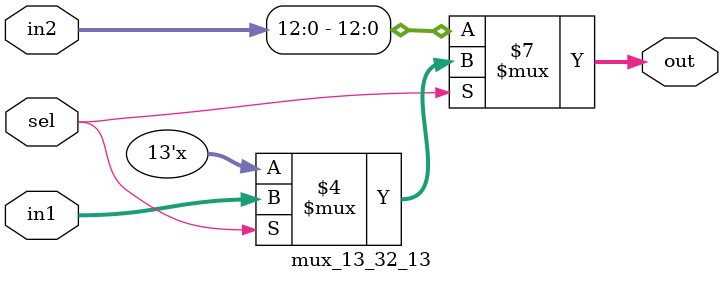
<source format=v>
module mux_32_13_32(in1,in2,sel,out);

input [31:0] in1;
input [12:0] in2;
input sel;
output reg[31:0] out;

always @(*)
begin
if(sel == 1)
	out<=(in2| 32'h00000000);
else if(sel == 0)
	out<=in1 ;
end
endmodule

module mux_13_13_13(in1,in2,sel,out);

input [12:0] in1;
input [12:0] in2;
input sel;
output reg[12:0] out;

always @(*)
begin
if(sel == 0)
	out<=in1;
else if(sel == 1)
	out<=in2;
end
endmodule

module mux_32_32_32(in1,in2,sel,out);

input [31:0] in1;
input [31:0] in2;
input sel;
output reg[31:0] out;

always @(*)
begin
if(sel == 0)
	out<=in1;
else if(sel == 1)
	out<=in2;
end
endmodule

module mux_5_5_5(in1,in2,sel,out);

input [4:0] in1;
input [4:0] in2;
input sel;
output reg[4:0] out;

always @(*)
begin
if(sel == 0)
	out<=in1;
else if(sel == 1)
	out<=in2;
end
endmodule


module mux_5_const_5(in1,sel,out);

input[4:0] in1;
input sel;
output reg[4:0] out;

always @(*)
begin
if(sel == 0)
	out<=in1;
else if(sel == 1)
	out<=5'd31;
end
endmodule

module mux_13_32_13(in1,in2,sel,out);

input [12:0] in1;
input [31:0] in2;
input sel;
output reg[12:0] out;

always @(*)
begin
if(sel == 0)
	out<=in2;
else if(sel == 1)
	out<=in1;
end
endmodule
</source>
